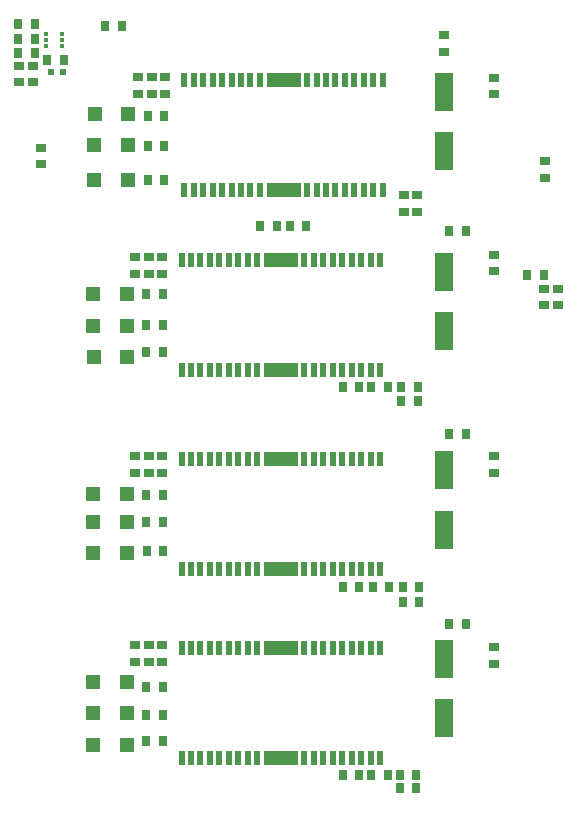
<source format=gtp>
G04*
G04 #@! TF.GenerationSoftware,Altium Limited,Altium Designer,20.2.4 (192)*
G04*
G04 Layer_Color=8421504*
%FSLAX25Y25*%
%MOIN*%
G70*
G04*
G04 #@! TF.SameCoordinates,3D83C255-6E39-4F9F-9407-39FC17F4EAEB*
G04*
G04*
G04 #@! TF.FilePolarity,Positive*
G04*
G01*
G75*
%ADD13R,0.01968X0.04724*%
%ADD14R,0.11417X0.04724*%
%ADD15R,0.03150X0.03543*%
%ADD16R,0.03543X0.03150*%
%ADD17R,0.02362X0.01968*%
%ADD18R,0.01772X0.01181*%
%ADD19R,0.04724X0.04724*%
%ADD20R,0.04724X0.04724*%
%ADD21R,0.06299X0.12598*%
D13*
X126272Y207693D02*
D03*
X123122Y244307D02*
D03*
X66429Y207693D02*
D03*
X69579D02*
D03*
X72728D02*
D03*
X75878D02*
D03*
X79028D02*
D03*
X82177D02*
D03*
X85327D02*
D03*
X88476D02*
D03*
X91626D02*
D03*
X107374D02*
D03*
X110524D02*
D03*
X113673D02*
D03*
X116823D02*
D03*
X119972D02*
D03*
X123122D02*
D03*
X129421D02*
D03*
X132571D02*
D03*
Y244307D02*
D03*
X129421D02*
D03*
X126272D02*
D03*
X119972D02*
D03*
X116823D02*
D03*
X113673D02*
D03*
X110524D02*
D03*
X107374D02*
D03*
X91626D02*
D03*
X88476D02*
D03*
X85327D02*
D03*
X82177D02*
D03*
X79028D02*
D03*
X75878D02*
D03*
X72728D02*
D03*
X69579D02*
D03*
X66429D02*
D03*
X65508Y184301D02*
D03*
X68657D02*
D03*
X71807D02*
D03*
X74957D02*
D03*
X78106D02*
D03*
X81256D02*
D03*
X84405D02*
D03*
X87555D02*
D03*
X90705D02*
D03*
X106453D02*
D03*
X109602D02*
D03*
X112752D02*
D03*
X115902D02*
D03*
X119051D02*
D03*
X122201D02*
D03*
X125350D02*
D03*
X128500D02*
D03*
X131650D02*
D03*
Y147687D02*
D03*
X128500D02*
D03*
X125350D02*
D03*
X122201D02*
D03*
X119051D02*
D03*
X115902D02*
D03*
X112752D02*
D03*
X109602D02*
D03*
X106453D02*
D03*
X90705D02*
D03*
X87555D02*
D03*
X84405D02*
D03*
X81256D02*
D03*
X78106D02*
D03*
X74957D02*
D03*
X71807D02*
D03*
X68657D02*
D03*
X65508D02*
D03*
X125350Y81469D02*
D03*
X122201Y118083D02*
D03*
X65508Y81469D02*
D03*
X68657D02*
D03*
X71807D02*
D03*
X74957D02*
D03*
X78106D02*
D03*
X81256D02*
D03*
X84405D02*
D03*
X87555D02*
D03*
X90705D02*
D03*
X106453D02*
D03*
X109602D02*
D03*
X112752D02*
D03*
X115902D02*
D03*
X119051D02*
D03*
X122201D02*
D03*
X128500D02*
D03*
X131650D02*
D03*
Y118083D02*
D03*
X128500D02*
D03*
X125350D02*
D03*
X119051D02*
D03*
X115902D02*
D03*
X112752D02*
D03*
X109602D02*
D03*
X106453D02*
D03*
X90705D02*
D03*
X87555D02*
D03*
X84405D02*
D03*
X81256D02*
D03*
X78106D02*
D03*
X74957D02*
D03*
X71807D02*
D03*
X68657D02*
D03*
X65508D02*
D03*
Y55152D02*
D03*
X68657D02*
D03*
X71807D02*
D03*
X74957D02*
D03*
X78106D02*
D03*
X81256D02*
D03*
X84405D02*
D03*
X87555D02*
D03*
X90705D02*
D03*
X106453D02*
D03*
X109602D02*
D03*
X112752D02*
D03*
X115902D02*
D03*
X119051D02*
D03*
X122201D02*
D03*
X125350D02*
D03*
X128500D02*
D03*
X131650D02*
D03*
Y18538D02*
D03*
X128500D02*
D03*
X125350D02*
D03*
X122201D02*
D03*
X119051D02*
D03*
X115902D02*
D03*
X112752D02*
D03*
X109602D02*
D03*
X106453D02*
D03*
X90705D02*
D03*
X87555D02*
D03*
X84405D02*
D03*
X81256D02*
D03*
X78106D02*
D03*
X74957D02*
D03*
X71807D02*
D03*
X68657D02*
D03*
X65508D02*
D03*
D14*
X99500Y207693D02*
D03*
Y244307D02*
D03*
X98579Y184301D02*
D03*
Y147687D02*
D03*
Y81469D02*
D03*
Y118083D02*
D03*
Y55152D02*
D03*
Y18538D02*
D03*
D15*
X134256Y12787D02*
D03*
X128744D02*
D03*
X134756Y75500D02*
D03*
X129244D02*
D03*
X143756Y12787D02*
D03*
X138244D02*
D03*
X144756Y75500D02*
D03*
X139244D02*
D03*
X138244Y8287D02*
D03*
X143756D02*
D03*
X139244Y70500D02*
D03*
X144756D02*
D03*
X144256Y137500D02*
D03*
X138744D02*
D03*
X144256Y142000D02*
D03*
X138744D02*
D03*
X134256D02*
D03*
X128744D02*
D03*
X101575Y195669D02*
D03*
X107087D02*
D03*
X154744Y63000D02*
D03*
X160256D02*
D03*
X154744Y126500D02*
D03*
X160256D02*
D03*
X154744Y194000D02*
D03*
X160256D02*
D03*
X45634Y262500D02*
D03*
X40122D02*
D03*
X186256Y179500D02*
D03*
X180744D02*
D03*
X53744Y42000D02*
D03*
X59256D02*
D03*
Y32787D02*
D03*
X53744D02*
D03*
X59256Y24012D02*
D03*
X53744D02*
D03*
Y106000D02*
D03*
X59256D02*
D03*
X53744Y97075D02*
D03*
X59256D02*
D03*
X53937Y87402D02*
D03*
X59449D02*
D03*
X53744Y172894D02*
D03*
X59256D02*
D03*
X53744Y162681D02*
D03*
X59256D02*
D03*
X53744Y153618D02*
D03*
X59256D02*
D03*
X54244Y232500D02*
D03*
X59756D02*
D03*
X54244Y222394D02*
D03*
X59756D02*
D03*
X97244Y195669D02*
D03*
X91732D02*
D03*
X119244Y142000D02*
D03*
X124756D02*
D03*
X119244Y75500D02*
D03*
X124756D02*
D03*
Y12787D02*
D03*
X119244D02*
D03*
X16667Y258000D02*
D03*
X11155D02*
D03*
X54244Y210968D02*
D03*
X59756D02*
D03*
X11155Y253500D02*
D03*
X16667D02*
D03*
X11155Y262894D02*
D03*
X16667D02*
D03*
X26256Y251000D02*
D03*
X20744D02*
D03*
D16*
X139500Y200532D02*
D03*
Y206043D02*
D03*
X144000Y200532D02*
D03*
Y206043D02*
D03*
X153000Y253744D02*
D03*
Y259256D02*
D03*
X51000Y245256D02*
D03*
Y239744D02*
D03*
X55500Y239744D02*
D03*
Y245256D02*
D03*
X186221Y169291D02*
D03*
Y174803D02*
D03*
X191000Y169244D02*
D03*
Y174756D02*
D03*
X50000Y185256D02*
D03*
Y179744D02*
D03*
Y119000D02*
D03*
Y113488D02*
D03*
X50000Y50532D02*
D03*
Y56043D02*
D03*
X54500Y179744D02*
D03*
Y185256D02*
D03*
Y113488D02*
D03*
Y119000D02*
D03*
X54500Y56043D02*
D03*
Y50532D02*
D03*
X60000Y239744D02*
D03*
Y245256D02*
D03*
X59000Y179744D02*
D03*
Y185256D02*
D03*
Y113488D02*
D03*
Y119000D02*
D03*
Y56043D02*
D03*
Y50532D02*
D03*
X186500Y217256D02*
D03*
Y211744D02*
D03*
X18500Y221756D02*
D03*
Y216244D02*
D03*
X11352Y243616D02*
D03*
Y249127D02*
D03*
X15852Y243616D02*
D03*
Y249127D02*
D03*
X169500Y239681D02*
D03*
Y245193D02*
D03*
Y180675D02*
D03*
Y186187D02*
D03*
Y113457D02*
D03*
Y118969D02*
D03*
Y49744D02*
D03*
Y55256D02*
D03*
D17*
X22031Y247000D02*
D03*
X25969D02*
D03*
D18*
X25667Y255872D02*
D03*
Y257840D02*
D03*
Y259808D02*
D03*
X20352D02*
D03*
Y257840D02*
D03*
Y255872D02*
D03*
D19*
X36106Y43787D02*
D03*
Y33543D02*
D03*
X35976Y22799D02*
D03*
X36106Y106500D02*
D03*
X35976Y97043D02*
D03*
X36102Y86614D02*
D03*
X35976Y172992D02*
D03*
Y162256D02*
D03*
X36220Y151969D02*
D03*
X36500Y233000D02*
D03*
X36370Y222756D02*
D03*
Y210937D02*
D03*
D20*
X47366Y43787D02*
D03*
Y33543D02*
D03*
X47236Y22799D02*
D03*
X47366Y106500D02*
D03*
X47236Y97043D02*
D03*
X47362Y86614D02*
D03*
X47236Y172992D02*
D03*
Y162256D02*
D03*
X47480Y151969D02*
D03*
X47760Y233000D02*
D03*
X47630Y222756D02*
D03*
Y210937D02*
D03*
D21*
X153000Y220783D02*
D03*
Y240469D02*
D03*
Y160778D02*
D03*
Y180463D02*
D03*
Y94559D02*
D03*
Y114244D02*
D03*
Y51319D02*
D03*
Y31634D02*
D03*
M02*

</source>
